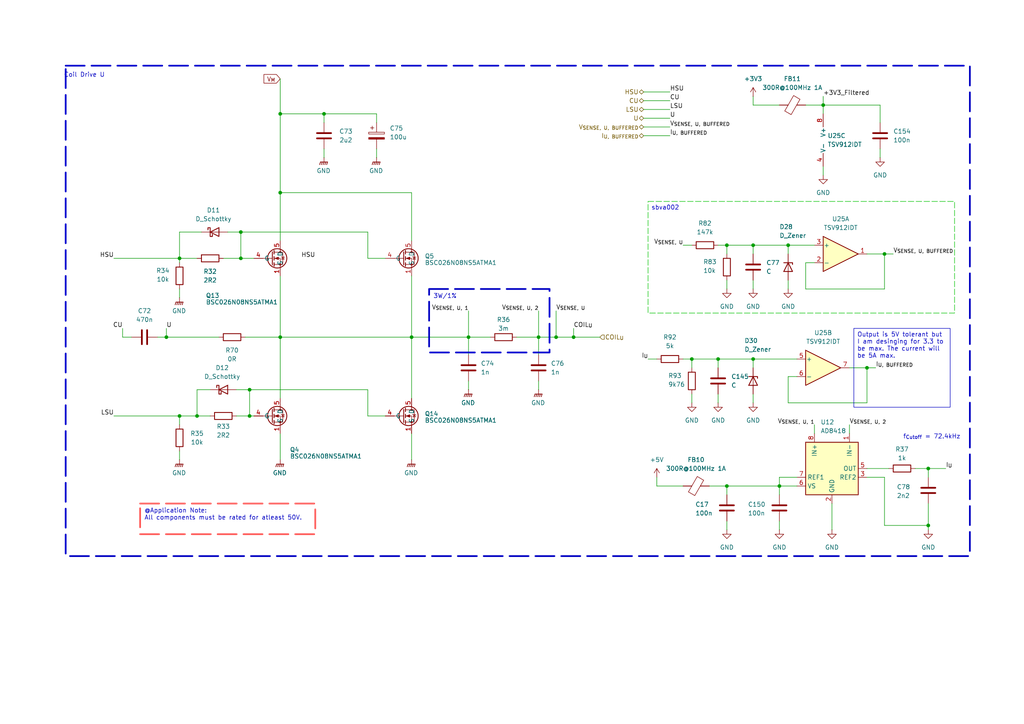
<source format=kicad_sch>
(kicad_sch (version 20231120) (generator "eeschema") (generator_version "8.0")
  (paper "A4")
  (title_block (title "HyperDrive Motor Controller") (rev "Mk. 1") (company "University of Alberta EcoCar Team"))
  (lib_symbols
    (symbol "Amplifier_Current:AD8418"
      (property "Reference" "U" (at -7.62 10.795 0))
      (property "Value" "AD8418" (at -7.62 8.89 0))
      (symbol "AD8418_0_1"
        (rectangle (start -7.62 7.62) (end 7.62 -7.62) (stroke (width 0.254)) (fill (type background)))
      )
      (symbol "AD8418_1_1"
        (pin input line (at 5.08 10.16 270) (length 2.54) (name "IN-") (number "1"))
        (pin power_in line (at 0 -10.16 90) (length 2.54) (name "GND") (number "2"))
        (pin input line (at 10.16 -2.54 180) (length 2.54) (name "REF2") (number "3"))
        (pin no_connect line (at 2.54 -7.62 90) (length 2.54) hide (name "NC") (number "4"))
        (pin output line (at 10.16 0 180) (length 2.54) (name "OUT") (number "5"))
        (pin power_in line (at -10.16 -5.08 0) (length 2.54) (name "VS") (number "6"))
        (pin input line (at -10.16 -2.54 0) (length 2.54) (name "REF1") (number "7"))
        (pin input line (at -5.08 10.16 270) (length 2.54) (name "IN+") (number "8"))
      )
    )
    (symbol "Amplifier_Operational:TSV912IDT" (pin_names (offset 0.127))
      (property "Reference" "U" (at 0 5.08 0))
      (property "Value" "TSV912IDT" (at 0 -5.08 0))
      (symbol "TSV912IDT_1_1"
        (polyline (pts (xy -5.08 5.08) (xy 5.08 0) (xy -5.08 -5.08) (xy -5.08 5.08)) (stroke (width 0.254)) (fill (type background)))
        (pin output line (at 7.62 0 180) (length 2.54) (name "~") (number "1"))
        (pin input line (at -7.62 -2.54 0) (length 2.54) (name "-") (number "2"))
        (pin input line (at -7.62 2.54 0) (length 2.54) (name "+") (number "3"))
      )
      (symbol "TSV912IDT_2_1"
        (polyline (pts (xy -5.08 5.08) (xy 5.08 0) (xy -5.08 -5.08) (xy -5.08 5.08)) (stroke (width 0.254)) (fill (type background)))
        (pin input line (at -7.62 2.54 0) (length 2.54) (name "+") (number "5"))
        (pin input line (at -7.62 -2.54 0) (length 2.54) (name "-") (number "6"))
        (pin output line (at 7.62 0 180) (length 2.54) (name "~") (number "7"))
      )
      (symbol "TSV912IDT_3_1"
        (pin power_in line (at -2.54 -7.62 90) (length 3.81) (name "V-") (number "4"))
        (pin power_in line (at -2.54 7.62 270) (length 3.81) (name "V+") (number "8"))
      )
    )
    (symbol "Device:C" (pin_numbers hide) (pin_names (offset 0.254))
      (property "Reference" "C" (at 0.635 2.54 0))
      (property "Value" "C" (at 0.635 -2.54 0))
      (symbol "C_0_1"
        (polyline (pts (xy -2.032 -0.762) (xy 2.032 -0.762)) (stroke (width 0.508)))
        (polyline (pts (xy -2.032 0.762) (xy 2.032 0.762)) (stroke (width 0.508)))
      )
      (symbol "C_1_1"
        (pin passive line (at 0 3.81 270) (length 2.794) (name "~") (number "1"))
        (pin passive line (at 0 -3.81 90) (length 2.794) (name "~") (number "2"))
      )
    )
    (symbol "Device:C_Polarized" (pin_numbers hide) (pin_names (offset 0.254))
      (property "Reference" "C" (at 0.635 2.54 0))
      (property "Value" "C_Polarized" (at 0.635 -2.54 0))
      (symbol "C_Polarized_0_1"
        (rectangle (start -2.286 0.508) (end 2.286 1.016))
        (polyline (pts (xy -1.778 2.286) (xy -0.762 2.286)))
        (polyline (pts (xy -1.27 2.794) (xy -1.27 1.778)))
        (rectangle (start 2.286 -0.508) (end -2.286 -1.016) (fill (type outline)))
      )
      (symbol "C_Polarized_1_1"
        (pin passive line (at 0 3.81 270) (length 2.794) (name "~") (number "1"))
        (pin passive line (at 0 -3.81 90) (length 2.794) (name "~") (number "2"))
      )
    )
    (symbol "Device:D_Schottky" (pin_numbers hide) (pin_names (offset 1.016) hide)
      (property "Reference" "D" (at 0 2.54 0))
      (property "Value" "D_Schottky" (at 0 -2.54 0))
      (symbol "D_Schottky_0_1"
        (polyline (pts (xy 1.27 0) (xy -1.27 0)))
        (polyline (pts (xy 1.27 1.27) (xy 1.27 -1.27) (xy -1.27 0) (xy 1.27 1.27)) (stroke (width 0.254)))
        (polyline (pts (xy -1.905 0.635) (xy -1.905 1.27) (xy -1.27 1.27) (xy -1.27 -1.27) (xy -0.635 -1.27) (xy -0.635 -0.635)) (stroke (width 0.254)))
      )
      (symbol "D_Schottky_1_1"
        (pin passive line (at -3.81 0 0) (length 2.54) (name "K") (number "1"))
        (pin passive line (at 3.81 0 180) (length 2.54) (name "A") (number "2"))
      )
    )
    (symbol "Device:D_Zener" (pin_numbers hide) (pin_names (offset 1.016) hide)
      (property "Reference" "D" (at 0 2.54 0))
      (property "Value" "D_Zener" (at 0 -2.54 0))
      (symbol "D_Zener_0_1"
        (polyline (pts (xy 1.27 0) (xy -1.27 0)))
        (polyline (pts (xy -1.27 -1.27) (xy -1.27 1.27) (xy -0.762 1.27)) (stroke (width 0.254)))
        (polyline (pts (xy 1.27 -1.27) (xy 1.27 1.27) (xy -1.27 0) (xy 1.27 -1.27)) (stroke (width 0.254)))
      )
      (symbol "D_Zener_1_1"
        (pin passive line (at -3.81 0 0) (length 2.54) (name "K") (number "1"))
        (pin passive line (at 3.81 0 180) (length 2.54) (name "A") (number "2"))
      )
    )
    (symbol "Device:FerriteBead" (pin_numbers hide) (pin_names (offset 0))
      (property "Reference" "FB" (at -3.81 0.635 90))
      (property "Value" "FerriteBead" (at 3.81 0 90))
      (symbol "FerriteBead_0_1"
        (polyline (pts (xy 0 -1.27) (xy 0 -1.2192)))
        (polyline (pts (xy 0 1.27) (xy 0 1.2954)))
        (polyline (pts (xy -2.7686 0.4064) (xy -1.7018 2.2606) (xy 2.7686 -0.3048) (xy 1.6764 -2.159) (xy -2.7686 0.4064)))
      )
      (symbol "FerriteBead_1_1"
        (pin passive line (at 0 3.81 270) (length 2.54) (name "~") (number "1"))
        (pin passive line (at 0 -3.81 90) (length 2.54) (name "~") (number "2"))
      )
    )
    (symbol "Device:R" (pin_numbers hide) (pin_names (offset 0))
      (property "Reference" "R" (at 2.032 0 90))
      (property "Value" "R" (at 0 0 90))
      (symbol "R_0_1"
        (rectangle (start -1.016 -2.54) (end 1.016 2.54) (stroke (width 0.254)))
      )
      (symbol "R_1_1"
        (pin passive line (at 0 3.81 270) (length 1.27) (name "~") (number "1"))
        (pin passive line (at 0 -3.81 90) (length 1.27) (name "~") (number "2"))
      )
    )
    (symbol "ecocad:5 pin NMOS"
      (property "Reference" "Q" (at -6.35 6.35 0))
      (symbol "5 pin NMOS_0_1"
        (circle (center -0.889 0) (radius 2.794) (stroke (width 0.254)))
        (circle (center 0 -1.778) (radius 0.254) (fill (type outline)))
        (polyline (pts (xy -2.286 0) (xy -5.08 0)))
        (polyline (pts (xy -2.286 1.905) (xy -2.286 -1.905)) (stroke (width 0.254)))
        (polyline (pts (xy -1.778 -1.27) (xy -1.778 -2.286)) (stroke (width 0.254)))
        (polyline (pts (xy -1.778 0.508) (xy -1.778 -0.508)) (stroke (width 0.254)))
        (polyline (pts (xy -1.778 2.286) (xy -1.778 1.27)) (stroke (width 0.254)))
        (polyline (pts (xy 0 2.54) (xy 0 1.778)))
        (polyline (pts (xy 0 -2.54) (xy 0 0) (xy -1.778 0)))
        (polyline (pts (xy -1.778 -1.778) (xy 0.762 -1.778) (xy 0.762 1.778) (xy -1.778 1.778)))
        (polyline (pts (xy -1.524 0) (xy -0.508 0.381) (xy -0.508 -0.381) (xy -1.524 0)) (fill (type outline)))
        (polyline (pts (xy 0.254 0.508) (xy 0.381 0.381) (xy 1.143 0.381) (xy 1.27 0.254)))
        (polyline (pts (xy 0.762 0.381) (xy 0.381 -0.254) (xy 1.143 -0.254) (xy 0.762 0.381)))
        (circle (center 0 1.778) (radius 0.254) (fill (type outline)))
      )
      (symbol "5 pin NMOS_1_1"
        (pin passive line (at 0 -5.08 90) (length 2.54) (name "S") (number "1"))
        (pin passive line (at 0 -5.08 90) (length 2.54) hide (name "S") (number "2"))
        (pin passive line (at 0 -5.08 90) (length 2.54) hide (name "S") (number "3"))
        (pin input line (at -7.62 0 0) (length 2.54) (name "G") (number "4"))
        (pin passive line (at 0 5.08 270) (length 2.54) (name "D") (number "5"))
      )
    )
    (symbol "power:+3V3" (power) (pin_numbers hide) (pin_names (offset 0) hide)
      (property "Value" "+3V3" (at 0 3.556 0))
      (symbol "+3V3_0_1"
        (polyline (pts (xy -0.762 1.27) (xy 0 2.54)))
        (polyline (pts (xy 0 0) (xy 0 2.54)))
        (polyline (pts (xy 0 2.54) (xy 0.762 1.27)))
      )
      (symbol "+3V3_1_1"
        (pin power_in line (at 0 0 90) (length 0) (name "~") (number "1"))
      )
    )
    (symbol "power:+5V" (power) (pin_numbers hide) (pin_names (offset 0) hide)
      (property "Value" "+5V" (at 0 3.556 0))
      (symbol "+5V_0_1"
        (polyline (pts (xy -0.762 1.27) (xy 0 2.54)))
        (polyline (pts (xy 0 0) (xy 0 2.54)))
        (polyline (pts (xy 0 2.54) (xy 0.762 1.27)))
      )
      (symbol "+5V_1_1"
        (pin power_in line (at 0 0 90) (length 0) (name "~") (number "1"))
      )
    )
    (symbol "power:GND" (power) (pin_numbers hide) (pin_names (offset 0) hide)
      (property "Value" "GND" (at 0 -3.81 0))
      (symbol "GND_0_1"
        (polyline (pts (xy 0 0) (xy 0 -1.27) (xy 1.27 -1.27) (xy 0 -2.54) (xy -1.27 -1.27) (xy 0 -1.27)))
      )
      (symbol "GND_1_1"
        (pin power_in line (at 0 0 270) (length 0) (name "~") (number "1"))
      )
    )
    (symbol "power:GNDPWR" (power) (pin_numbers hide) (pin_names (offset 0) hide)
      (property "Value" "GNDPWR" (at 0 -3.302 0))
      (symbol "GNDPWR_0_1"
        (polyline (pts (xy 0 -1.27) (xy 0 0)))
        (polyline (pts (xy -1.016 -1.27) (xy -1.27 -2.032) (xy -1.27 -2.032)) (stroke (width 0.2032)))
        (polyline (pts (xy -0.508 -1.27) (xy -0.762 -2.032) (xy -0.762 -2.032)) (stroke (width 0.2032)))
        (polyline (pts (xy 0 -1.27) (xy -0.254 -2.032) (xy -0.254 -2.032)) (stroke (width 0.2032)))
        (polyline (pts (xy 0.508 -1.27) (xy 0.254 -2.032) (xy 0.254 -2.032)) (stroke (width 0.2032)))
        (polyline (pts (xy 1.016 -1.27) (xy -1.016 -1.27) (xy -1.016 -1.27)) (stroke (width 0.2032)))
        (polyline (pts (xy 1.016 -1.27) (xy 0.762 -2.032) (xy 0.762 -2.032) (xy 0.762 -2.032)) (stroke (width 0.2032)))
      )
      (symbol "GNDPWR_1_1"
        (pin power_in line (at 0 0 270) (length 0) (name "~") (number "1"))
      )
    )
  )
  (junction (at 81.28 97.79))
  (junction (at 69.85 67.31))
  (junction (at 93.98 33.02))
  (junction (at 210.82 71.12))
  (junction (at 256.54 73.66))
  (junction (at 72.39 113.03))
  (junction (at 135.89 97.79))
  (junction (at 81.28 33.02))
  (junction (at 48.26 97.79))
  (junction (at 208.28 104.14))
  (junction (at 200.66 104.14))
  (junction (at 52.07 120.65))
  (junction (at 166.37 97.79))
  (junction (at 238.76 30.48))
  (junction (at 228.6 71.12))
  (junction (at 156.21 97.79))
  (junction (at 218.44 104.14))
  (junction (at 69.85 74.93))
  (junction (at 119.38 97.79))
  (junction (at 269.24 152.4))
  (junction (at 218.44 71.12))
  (junction (at 161.29 97.79))
  (junction (at 81.28 55.88))
  (junction (at 226.06 140.97))
  (junction (at 210.82 140.97))
  (junction (at 57.15 120.65))
  (junction (at 251.46 106.68))
  (junction (at 269.24 135.89))
  (junction (at 52.07 74.93))
  (junction (at 72.39 120.65))
  (wire (pts (xy 52.07 130.81) (xy 52.07 133.35)))
  (wire (pts (xy 228.6 71.12) (xy 236.22 71.12)))
  (wire (pts (xy 69.85 74.93) (xy 73.66 74.93)))
  (wire (pts (xy 226.06 143.51) (xy 226.06 140.97)))
  (wire (pts (xy 57.15 120.65) (xy 60.96 120.65)))
  (wire (pts (xy 238.76 30.48) (xy 238.76 33.02)))
  (wire (pts (xy 198.12 104.14) (xy 200.66 104.14)))
  (wire (pts (xy 210.82 71.12) (xy 218.44 71.12)))
  (wire (pts (xy 119.38 55.88) (xy 81.28 55.88)))
  (wire (pts (xy 135.89 97.79) (xy 135.89 102.87)))
  (wire (pts (xy 57.15 120.65) (xy 52.07 120.65)))
  (wire (pts (xy 57.15 113.03) (xy 57.15 120.65)))
  (wire (pts (xy 218.44 104.14) (xy 218.44 106.68)))
  (wire (pts (xy 135.89 97.79) (xy 142.24 97.79)))
  (wire (pts (xy 156.21 97.79) (xy 156.21 102.87)))
  (wire (pts (xy 156.21 110.49) (xy 156.21 113.03)))
  (wire (pts (xy 52.07 74.93) (xy 52.07 76.2)))
  (wire (pts (xy 190.5 140.97) (xy 198.12 140.97)))
  (wire (pts (xy 81.28 125.73) (xy 81.28 133.35)))
  (wire (pts (xy 119.38 97.79) (xy 135.89 97.79)))
  (wire (pts (xy 93.98 33.02) (xy 93.98 35.56)))
  (wire (pts (xy 269.24 146.05) (xy 269.24 152.4)))
  (wire (pts (xy 218.44 71.12) (xy 218.44 73.66)))
  (wire (pts (xy 68.58 113.03) (xy 72.39 113.03)))
  (wire (pts (xy 35.56 97.79) (xy 38.1 97.79)))
  (wire (pts (xy 241.3 146.05) (xy 241.3 153.67)))
  (wire (pts (xy 190.5 138.43) (xy 190.5 140.97)))
  (wire (pts (xy 186.69 39.37) (xy 194.31 39.37)))
  (wire (pts (xy 218.44 81.28) (xy 218.44 83.82)))
  (wire (pts (xy 233.68 76.2) (xy 233.68 83.82)))
  (wire (pts (xy 81.28 33.02) (xy 93.98 33.02)))
  (wire (pts (xy 256.54 138.43) (xy 256.54 152.4)))
  (wire (pts (xy 66.04 67.31) (xy 69.85 67.31)))
  (wire (pts (xy 166.37 95.25) (xy 166.37 97.79)))
  (wire (pts (xy 218.44 30.48) (xy 226.06 30.48)))
  (wire (pts (xy 198.12 71.12) (xy 200.66 71.12)))
  (wire (pts (xy 106.68 120.65) (xy 111.76 120.65)))
  (wire (pts (xy 161.29 97.79) (xy 156.21 97.79)))
  (wire (pts (xy 119.38 125.73) (xy 119.38 133.35)))
  (wire (pts (xy 52.07 74.93) (xy 57.15 74.93)))
  (wire (pts (xy 208.28 104.14) (xy 218.44 104.14)))
  (wire (pts (xy 269.24 135.89) (xy 265.43 135.89)))
  (wire (pts (xy 52.07 67.31) (xy 52.07 74.93)))
  (wire (pts (xy 166.37 97.79) (xy 173.99 97.79)))
  (wire (pts (xy 251.46 135.89) (xy 257.81 135.89)))
  (wire (pts (xy 72.39 120.65) (xy 73.66 120.65)))
  (wire (pts (xy 186.69 26.67) (xy 194.31 26.67)))
  (wire (pts (xy 208.28 114.3) (xy 208.28 116.84)))
  (wire (pts (xy 186.69 29.21) (xy 194.31 29.21)))
  (wire (pts (xy 109.22 33.02) (xy 109.22 35.56)))
  (wire (pts (xy 210.82 140.97) (xy 210.82 143.51)))
  (wire (pts (xy 149.86 97.79) (xy 156.21 97.79)))
  (wire (pts (xy 226.06 151.13) (xy 226.06 153.67)))
  (wire (pts (xy 48.26 97.79) (xy 63.5 97.79)))
  (wire (pts (xy 251.46 106.68) (xy 254 106.68)))
  (wire (pts (xy 81.28 55.88) (xy 81.28 69.85)))
  (wire (pts (xy 231.14 138.43) (xy 226.06 138.43)))
  (wire (pts (xy 210.82 140.97) (xy 226.06 140.97)))
  (wire (pts (xy 69.85 67.31) (xy 69.85 74.93)))
  (wire (pts (xy 251.46 138.43) (xy 256.54 138.43)))
  (wire (pts (xy 187.96 104.14) (xy 190.5 104.14)))
  (wire (pts (xy 52.07 83.82) (xy 52.07 86.36)))
  (wire (pts (xy 236.22 123.19) (xy 236.22 125.73)))
  (wire (pts (xy 256.54 73.66) (xy 259.08 73.66)))
  (wire (pts (xy 226.06 140.97) (xy 231.14 140.97)))
  (wire (pts (xy 218.44 27.94) (xy 218.44 30.48)))
  (wire (pts (xy 186.69 31.75) (xy 194.31 31.75)))
  (wire (pts (xy 200.66 104.14) (xy 208.28 104.14)))
  (wire (pts (xy 210.82 71.12) (xy 210.82 73.66)))
  (wire (pts (xy 119.38 80.01) (xy 119.38 97.79)))
  (wire (pts (xy 256.54 152.4) (xy 269.24 152.4)))
  (wire (pts (xy 228.6 71.12) (xy 228.6 73.66)))
  (wire (pts (xy 208.28 104.14) (xy 208.28 106.68)))
  (wire (pts (xy 238.76 27.94) (xy 238.76 30.48)))
  (wire (pts (xy 60.96 113.03) (xy 57.15 113.03)))
  (wire (pts (xy 256.54 83.82) (xy 256.54 73.66)))
  (wire (pts (xy 186.69 34.29) (xy 194.31 34.29)))
  (wire (pts (xy 228.6 109.22) (xy 228.6 116.84)))
  (wire (pts (xy 186.69 36.83) (xy 194.31 36.83)))
  (wire (pts (xy 161.29 90.17) (xy 161.29 97.79)))
  (wire (pts (xy 208.28 71.12) (xy 210.82 71.12)))
  (wire (pts (xy 238.76 48.26) (xy 238.76 50.8)))
  (wire (pts (xy 255.27 30.48) (xy 238.76 30.48)))
  (wire (pts (xy 251.46 73.66) (xy 256.54 73.66)))
  (wire (pts (xy 45.72 97.79) (xy 48.26 97.79)))
  (wire (pts (xy 52.07 120.65) (xy 52.07 123.19)))
  (wire (pts (xy 228.6 81.28) (xy 228.6 83.82)))
  (wire (pts (xy 81.28 33.02) (xy 81.28 55.88)))
  (wire (pts (xy 228.6 109.22) (xy 231.14 109.22)))
  (wire (pts (xy 200.66 104.14) (xy 200.66 106.68)))
  (wire (pts (xy 68.58 120.65) (xy 72.39 120.65)))
  (wire (pts (xy 106.68 120.65) (xy 106.68 113.03)))
  (wire (pts (xy 218.44 114.3) (xy 218.44 116.84)))
  (wire (pts (xy 109.22 43.18) (xy 109.22 45.72)))
  (wire (pts (xy 106.68 113.03) (xy 72.39 113.03)))
  (wire (pts (xy 71.12 97.79) (xy 81.28 97.79)))
  (wire (pts (xy 33.02 120.65) (xy 52.07 120.65)))
  (wire (pts (xy 269.24 152.4) (xy 269.24 153.67)))
  (wire (pts (xy 156.21 90.17) (xy 156.21 97.79)))
  (wire (pts (xy 106.68 74.93) (xy 111.76 74.93)))
  (wire (pts (xy 135.89 110.49) (xy 135.89 113.03)))
  (wire (pts (xy 228.6 116.84) (xy 251.46 116.84)))
  (wire (pts (xy 48.26 95.25) (xy 48.26 97.79)))
  (wire (pts (xy 218.44 104.14) (xy 231.14 104.14)))
  (wire (pts (xy 166.37 97.79) (xy 161.29 97.79)))
  (wire (pts (xy 81.28 80.01) (xy 81.28 97.79)))
  (wire (pts (xy 119.38 69.85) (xy 119.38 55.88)))
  (wire (pts (xy 81.28 22.86) (xy 81.28 33.02)))
  (wire (pts (xy 58.42 67.31) (xy 52.07 67.31)))
  (wire (pts (xy 135.89 90.17) (xy 135.89 97.79)))
  (wire (pts (xy 233.68 83.82) (xy 256.54 83.82)))
  (wire (pts (xy 119.38 115.57) (xy 119.38 97.79)))
  (wire (pts (xy 233.68 30.48) (xy 238.76 30.48)))
  (wire (pts (xy 81.28 97.79) (xy 119.38 97.79)))
  (wire (pts (xy 269.24 135.89) (xy 269.24 138.43)))
  (wire (pts (xy 210.82 151.13) (xy 210.82 153.67)))
  (wire (pts (xy 106.68 74.93) (xy 106.68 67.31)))
  (wire (pts (xy 106.68 67.31) (xy 69.85 67.31)))
  (wire (pts (xy 251.46 106.68) (xy 246.38 106.68)))
  (wire (pts (xy 236.22 76.2) (xy 233.68 76.2)))
  (wire (pts (xy 93.98 33.02) (xy 109.22 33.02)))
  (wire (pts (xy 72.39 113.03) (xy 72.39 120.65)))
  (wire (pts (xy 64.77 74.93) (xy 69.85 74.93)))
  (wire (pts (xy 255.27 35.56) (xy 255.27 30.48)))
  (wire (pts (xy 269.24 135.89) (xy 274.32 135.89)))
  (wire (pts (xy 200.66 114.3) (xy 200.66 116.84)))
  (wire (pts (xy 251.46 116.84) (xy 251.46 106.68)))
  (wire (pts (xy 255.27 43.18) (xy 255.27 45.72)))
  (wire (pts (xy 205.74 140.97) (xy 210.82 140.97)))
  (wire (pts (xy 246.38 123.19) (xy 246.38 125.73)))
  (wire (pts (xy 226.06 138.43) (xy 226.06 140.97)))
  (wire (pts (xy 93.98 43.18) (xy 93.98 45.72)))
  (wire (pts (xy 210.82 81.28) (xy 210.82 83.82)))
  (wire (pts (xy 81.28 97.79) (xy 81.28 115.57)))
  (wire (pts (xy 33.02 74.93) (xy 52.07 74.93)))
  (wire (pts (xy 35.56 95.25) (xy 35.56 97.79)))
  (wire (pts (xy 218.44 71.12) (xy 228.6 71.12)))
  (rectangle (start 19.05 19.05) (end 281.305 161.29) (stroke (width 0.5) (type dash)))
  (text_box "3W/1%" (at 124.46 83.82 0) (size 34.925 18.415) (stroke (width 0.5) (type dash)) (effects (font (size 1.27 1.27)) (justify left top)))
  (text_box "@Application Note:\nAll components must be rated for atleast 50V." (at 40.64 146.05 0) (size 50.8 8.89) (stroke (width 0.5) (type dash) (color 255 88 86 1)) (effects (font (size 1.27 1.27)) (justify left top)))
  (text_box "Output is 5V tolerant but I am desinging for 3.3 to be max. The current will be 5A max." (at 247.65 95.25 0) (size 27.94 22.86) (effects (font (size 1.27 1.27)) (justify left top)))
  (text_box "sbva002" (at 187.96 58.42 0) (size 88.9 32.385) (stroke (width 0) (type dash) (color 0 194 0 1)) (effects (font (size 1.27 1.27)) (justify left top)))
  (text "Coil Drive U" (at 18.542 21.844 0) (effects (font (size 1.27 1.27)) (justify left)))
  (text "f_{Cutoff} = 72.4kHz" (at 270.256 126.746 0) (effects (font (size 1.27 1.27))))
  (label "HSU" (at 194.31 26.67 0))
  (label "+3V3_Filtered" (at 238.76 27.94 0))
  (label "HSU" (at 33.02 74.93 180))
  (label "V_{SENSE, U, BUFFERED}" (at 194.31 36.83 0))
  (label "U" (at 48.26 95.25 0))
  (label "V_{SENSE, U, 2}" (at 246.38 123.19 0))
  (label "CU" (at 35.56 95.25 180))
  (label "I_{U, BUFFERED}" (at 254 106.68 0))
  (label "I_{U}" (at 274.32 135.89 0))
  (label "V_{SENSE, U}" (at 198.12 71.12 180))
  (label "U" (at 194.31 34.29 0))
  (label "LSU" (at 33.02 120.65 180))
  (label "HSU" (at 91.44 74.93 180))
  (label "COIL_{U}" (at 166.37 95.25 0))
  (label "I_{U}" (at 187.96 104.14 180))
  (label "V_{SENSE, U, 1}" (at 135.89 90.17 180))
  (label "V_{SENSE, U, BUFFERED}" (at 259.08 73.66 0))
  (label "CU" (at 194.31 29.21 0))
  (label "V_{SENSE, U, 2}" (at 156.21 90.17 180))
  (label "V_{SENSE, U, 1}" (at 236.22 123.19 180))
  (label "LSU" (at 194.31 31.75 0))
  (label "V_{SENSE, U}" (at 161.29 90.17 0))
  (label "I_{U, BUFFERED}" (at 194.31 39.37 0))
  (global_label "V_{M}" (shape input) (at 81.28 22.86 180) (property "Intersheetrefs" "${INTERSHEET_REFS}" (effects (hide yes))))
  (hierarchical_label "HSU" (shape bidirectional) (at 186.69 26.67 180))
  (hierarchical_label "COIL_{U}" (shape input) (at 173.99 97.79 0))
  (hierarchical_label "V_{SENSE, U, BUFFERED}" (shape bidirectional) (at 186.69 36.83 180))
  (hierarchical_label "I_{U, BUFFERED}" (shape bidirectional) (at 186.69 39.37 180))
  (hierarchical_label "U" (shape bidirectional) (at 186.69 34.29 180))
  (hierarchical_label "LSU" (shape bidirectional) (at 186.69 31.75 180))
  (hierarchical_label "CU" (shape bidirectional) (at 186.69 29.21 180))
  (symbol (lib_id "Device:R") (at 60.96 74.93 90) (unit 1)
    (property "Reference" "R32" (at 60.96 78.74 90))
    (property "Value" "2R2" (at 60.96 81.28 90))
    (property "Footprint" "Resistor_SMD:R_0603_1608Metric" (effects (hide yes)))
    (property "Description" "Resistor" (effects (hide yes)))
  )
  (symbol (lib_id "Amplifier_Operational:TSV912IDT") (at 243.84 73.66 0) (unit 1)
    (property "Reference" "U25" (at 243.84 63.5 0))
    (property "Value" "TSV912IDT" (at 243.84 66.04 0))
    (property "Footprint" "Package_SO:SOIC-8_3.9x4.9mm_P1.27mm" (effects (hide yes)))
    (property "Datasheet" "www.st.com/resource/en/datasheet/tsv911.pdf" (effects (hide yes)))
    (property "Description" "Dual rail-to-rail input/output 8 MHz operational amplifiers, SOIC-8" (effects (hide yes)))
  )
  (symbol (lib_id "power:GNDPWR") (at 81.28 133.35 0) (unit 1)
    (property "Reference" "#PWR0108" (effects (hide yes)))
    (property "Value" "GND" (at 81.153 137.16 0))
    (property "Description" "Power symbol creates a global label with name \"GNDPWR\" , global ground" (effects (hide yes)))
  )
  (symbol (lib_id "Device:D_Zener") (at 218.44 110.49 270) (unit 1)
    (property "Reference" "D30" (at 215.9 98.806 90) (effects (justify left)))
    (property "Value" "D_Zener" (at 215.9 101.346 90) (effects (justify left)))
    (property "Description" "Zener diode" (effects (hide yes)))
  )
  (symbol (lib_id "Amplifier_Operational:TSV912IDT") (at 241.3 40.64 0) (unit 3)
    (property "Reference" "U25" (at 240.03 39.3699 0) (effects (justify left)))
    (property "Value" "TSV912IDT" (at 240.03 41.9099 0) (effects (justify left)))
    (property "Footprint" "Package_SO:SOIC-8_3.9x4.9mm_P1.27mm" (effects (hide yes)))
    (property "Datasheet" "www.st.com/resource/en/datasheet/tsv911.pdf" (effects (hide yes)))
    (property "Description" "Dual rail-to-rail input/output 8 MHz operational amplifiers, SOIC-8" (effects (hide yes)))
  )
  (symbol (lib_id "Device:D_Zener") (at 228.6 77.47 270) (unit 1)
    (property "Reference" "D28" (at 226.06 65.786 90) (effects (justify left)))
    (property "Value" "D_Zener" (at 226.06 68.326 90) (effects (justify left)))
    (property "Description" "Zener diode" (effects (hide yes)))
  )
  (symbol (lib_id "Device:C") (at 218.44 77.47 0) (unit 1)
    (property "Reference" "C77" (at 222.25 76.1999 0) (effects (justify left)))
    (property "Value" "C" (at 222.25 78.7399 0) (effects (justify left)))
    (property "Footprint" "Capacitor_SMD:C_0603_1608Metric" (effects (hide yes)))
    (property "Description" "Unpolarized capacitor" (effects (hide yes)))
  )
  (symbol (lib_id "power:GND") (at 238.76 50.8 0) (unit 1)
    (property "Reference" "#PWR0228" (effects (hide yes)))
    (property "Value" "GND" (at 238.76 55.88 0))
    (property "Description" "Power symbol creates a global label with name \"GND\" , ground" (effects (hide yes)))
  )
  (symbol (lib_id "power:GND") (at 210.82 153.67 0) (unit 1)
    (property "Reference" "#PWR0219" (effects (hide yes)))
    (property "Value" "GND" (at 210.82 158.75 0))
    (property "Description" "Power symbol creates a global label with name \"GND\" , ground" (effects (hide yes)))
  )
  (symbol (lib_id "Amplifier_Current:AD8418") (at 241.3 135.89 0) (unit 1)
    (property "Reference" "U12" (at 237.998 122.428 0) (effects (justify left)))
    (property "Value" "AD8418" (at 237.998 124.968 0) (effects (justify left)))
    (property "Footprint" "Package_SO:SOIC-8_3.9x4.9mm_P1.27mm" (effects (hide yes)))
    (property "Datasheet" "https://www.analog.com/media/en/technical-documentation/data-sheets/AD8418.pdf" (effects (hide yes)))
    (property "Description" "70V Bidirectional, Zero Drift, Current Sense Amplifier, 20V/V gain, bandwidth 250kHz, VS=2.7V~5.5V, SOIC-8/MSOP-8" (effects (hide yes)))
    (property "DK#" "505-AD8418BRMZ-RLCT-ND" (effects (hide yes)))
    (property "LCSC Part#" "C462197" (effects (hide yes)))
  )
  (symbol (lib_id "power:GNDPWR") (at 119.38 133.35 0) (unit 1)
    (property "Reference" "#PWR0138" (effects (hide yes)))
    (property "Value" "GND" (at 119.253 137.16 0))
    (property "Description" "Power symbol creates a global label with name \"GNDPWR\" , global ground" (effects (hide yes)))
  )
  (symbol (lib_id "Device:C") (at 208.28 110.49 0) (unit 1)
    (property "Reference" "C145" (at 212.09 109.2199 0) (effects (justify left)))
    (property "Value" "C" (at 212.09 111.7599 0) (effects (justify left)))
    (property "Footprint" "Capacitor_SMD:C_0603_1608Metric" (effects (hide yes)))
    (property "Description" "Unpolarized capacitor" (effects (hide yes)))
  )
  (symbol (lib_id "Device:C") (at 156.21 106.68 0) (unit 1)
    (property "Reference" "C76" (at 159.766 105.41 0) (effects (justify left)))
    (property "Value" "1n" (at 159.766 107.95 0) (effects (justify left)))
    (property "Footprint" "Capacitor_SMD:C_0603_1608Metric" (effects (hide yes)))
    (property "Description" "Unpolarized capacitor" (effects (hide yes)))
  )
  (symbol (lib_id "power:GNDPWR") (at 135.89 113.03 0) (unit 1)
    (property "Reference" "#PWR0110" (effects (hide yes)))
    (property "Value" "GND" (at 135.763 116.84 0))
    (property "Description" "Power symbol creates a global label with name \"GNDPWR\" , global ground" (effects (hide yes)))
  )
  (symbol (lib_id "ecocad:5 pin NMOS") (at 81.28 74.93 0) (unit 1)
    (property "Reference" "Q13" (at 59.69 85.7249 0) (effects (justify left)))
    (property "Value" "BSC026N08NS5ATMA1" (at 59.69 87.63 0) (effects (justify left)))
    (property "Footprint" "Package_SON:Infineon_PG-TDSON-8_6.15x5.15mm" (effects (hide yes)))
    (property "Datasheet" "https://www.infineon.com/dgdl/Infineon-BSC026N08NS5-DS-v02_01-EN.pdf?fileId=5546d4624ad04ef9014ae2eace7629e0" (effects (hide yes)))
    (property "DK#" "BSC026N08NS5ATMA1CT-ND" (effects (hide yes)))
  )
  (symbol (lib_id "power:GND") (at 218.44 83.82 0) (unit 1)
    (property "Reference" "#PWR0226" (effects (hide yes)))
    (property "Value" "GND" (at 218.44 88.9 0))
    (property "Description" "Power symbol creates a global label with name \"GND\" , ground" (effects (hide yes)))
  )
  (symbol (lib_id "power:GNDPWR") (at 109.22 45.72 0) (unit 1)
    (property "Reference" "#PWR0111" (effects (hide yes)))
    (property "Value" "GND" (at 109.093 49.53 0))
    (property "Description" "Power symbol creates a global label with name \"GNDPWR\" , global ground" (effects (hide yes)))
  )
  (symbol (lib_id "Amplifier_Operational:TSV912IDT") (at 238.76 106.68 0) (unit 2)
    (property "Reference" "U25" (at 238.76 96.52 0))
    (property "Value" "TSV912IDT" (at 238.76 99.06 0))
    (property "Footprint" "Package_SO:SOIC-8_3.9x4.9mm_P1.27mm" (effects (hide yes)))
    (property "Datasheet" "www.st.com/resource/en/datasheet/tsv911.pdf" (effects (hide yes)))
    (property "Description" "Dual rail-to-rail input/output 8 MHz operational amplifiers, SOIC-8" (effects (hide yes)))
  )
  (symbol (lib_id "power:+5V") (at 190.5 138.43 0) (unit 1)
    (property "Reference" "#PWR021" (effects (hide yes)))
    (property "Value" "+5V" (at 190.5 133.35 0))
    (property "Description" "Power symbol creates a global label with name \"+5V\"" (effects (hide yes)))
  )
  (symbol (lib_id "Device:C") (at 269.24 142.24 0) (unit 1)
    (property "Reference" "C78" (at 260.096 141.224 0) (effects (justify left)))
    (property "Value" "2n2" (at 260.096 143.764 0) (effects (justify left)))
    (property "Footprint" "Capacitor_SMD:C_0603_1608Metric" (effects (hide yes)))
    (property "Description" "Unpolarized capacitor" (effects (hide yes)))
  )
  (symbol (lib_id "Device:R") (at 194.31 104.14 90) (unit 1)
    (property "Reference" "R92" (at 194.31 97.79 90))
    (property "Value" "5k" (at 194.31 100.33 90))
    (property "Footprint" "Resistor_SMD:R_0603_1608Metric" (effects (hide yes)))
    (property "Description" "Resistor" (effects (hide yes)))
  )
  (symbol (lib_id "power:GND") (at 218.44 116.84 0) (unit 1)
    (property "Reference" "#PWR0246" (effects (hide yes)))
    (property "Value" "GND" (at 218.44 121.92 0))
    (property "Description" "Power symbol creates a global label with name \"GND\" , ground" (effects (hide yes)))
  )
  (symbol (lib_id "Device:R") (at 52.07 80.01 180) (unit 1)
    (property "Reference" "R34" (at 47.244 78.486 0))
    (property "Value" "10k" (at 47.244 81.026 0))
    (property "Footprint" "Resistor_SMD:R_0603_1608Metric" (effects (hide yes)))
    (property "Description" "Resistor" (effects (hide yes)))
  )
  (symbol (lib_id "Device:C") (at 41.91 97.79 270) (unit 1)
    (property "Reference" "C72" (at 41.91 90.17 90))
    (property "Value" "470n" (at 41.91 92.71 90))
    (property "Footprint" "Capacitor_SMD:C_0603_1608Metric" (effects (hide yes)))
    (property "Description" "Unpolarized capacitor" (effects (hide yes)))
  )
  (symbol (lib_id "Device:C_Polarized") (at 109.22 39.37 0) (unit 1)
    (property "Reference" "C75" (at 113.03 37.2109 0) (effects (justify left)))
    (property "Value" "100u" (at 113.03 39.7509 0) (effects (justify left)))
    (property "Footprint" "Capacitor_SMD:CP_Elec_10x10" (effects (hide yes)))
    (property "Description" "Polarized capacitor" (effects (hide yes)))
    (property "DK#" "4741PHCT-ND" (effects (hide yes)))
  )
  (symbol (lib_id "power:GND") (at 208.28 116.84 0) (unit 1)
    (property "Reference" "#PWR0245" (effects (hide yes)))
    (property "Value" "GND" (at 208.28 121.92 0))
    (property "Description" "Power symbol creates a global label with name \"GND\" , ground" (effects (hide yes)))
  )
  (symbol (lib_id "power:GNDPWR") (at 93.98 45.72 0) (unit 1)
    (property "Reference" "#PWR0109" (effects (hide yes)))
    (property "Value" "GND" (at 93.853 49.53 0))
    (property "Description" "Power symbol creates a global label with name \"GNDPWR\" , global ground" (effects (hide yes)))
  )
  (symbol (lib_id "Device:R") (at 210.82 77.47 180) (unit 1)
    (property "Reference" "R83" (at 203.962 75.946 0) (effects (justify right)))
    (property "Value" "10k" (at 203.962 78.486 0) (effects (justify right)))
    (property "Footprint" "Resistor_SMD:R_0603_1608Metric" (effects (hide yes)))
    (property "Description" "Resistor" (effects (hide yes)))
  )
  (symbol (lib_id "power:GND") (at 226.06 153.67 0) (unit 1)
    (property "Reference" "#PWR0255" (effects (hide yes)))
    (property "Value" "GND" (at 226.06 158.75 0))
    (property "Description" "Power symbol creates a global label with name \"GND\" , ground" (effects (hide yes)))
  )
  (symbol (lib_id "power:GND") (at 269.24 153.67 0) (unit 1)
    (property "Reference" "#PWR0115" (effects (hide yes)))
    (property "Value" "GND" (at 269.24 158.75 0))
    (property "Description" "Power symbol creates a global label with name \"GND\" , ground" (effects (hide yes)))
  )
  (symbol (lib_id "power:GND") (at 255.27 45.72 0) (unit 1)
    (property "Reference" "#PWR0268" (effects (hide yes)))
    (property "Value" "GND" (at 255.27 50.8 0))
    (property "Description" "Power symbol creates a global label with name \"GND\" , ground" (effects (hide yes)))
  )
  (symbol (lib_id "power:GND") (at 200.66 116.84 0) (unit 1)
    (property "Reference" "#PWR0244" (effects (hide yes)))
    (property "Value" "GND" (at 200.66 121.92 0))
    (property "Description" "Power symbol creates a global label with name \"GND\" , ground" (effects (hide yes)))
  )
  (symbol (lib_id "Device:FerriteBead") (at 201.93 140.97 90) (unit 1)
    (property "Reference" "FB10" (at 201.8792 133.35 90))
    (property "Value" "300R@100MHz 1A" (at 201.8792 135.89 90))
    (property "Footprint" "Inductor_SMD:L_0603_1608Metric" (effects (hide yes)))
    (property "Description" "Ferrite bead" (effects (hide yes)))
  )
  (symbol (lib_id "Device:C") (at 93.98 39.37 0) (unit 1)
    (property "Reference" "C73" (at 100.33 38.1 0))
    (property "Value" "2u2" (at 100.33 40.64 0))
    (property "Footprint" "Capacitor_SMD:C_1210_3225Metric" (effects (hide yes)))
    (property "Description" "Unpolarized capacitor" (effects (hide yes)))
  )
  (symbol (lib_id "ecocad:5 pin NMOS") (at 119.38 120.65 0) (unit 1)
    (property "Reference" "Q14" (at 123.19 120.0149 0) (effects (justify left)))
    (property "Value" "BSC026N08NS5ATMA1" (at 123.19 121.92 0) (effects (justify left)))
    (property "Footprint" "Package_SON:Infineon_PG-TDSON-8_6.15x5.15mm" (effects (hide yes)))
    (property "Datasheet" "https://www.infineon.com/dgdl/Infineon-BSC026N08NS5-DS-v02_01-EN.pdf?fileId=5546d4624ad04ef9014ae2eace7629e0" (effects (hide yes)))
    (property "DK#" "BSC026N08NS5ATMA1CT-ND" (effects (hide yes)))
  )
  (symbol (lib_id "ecocad:5 pin NMOS") (at 81.28 120.65 0) (unit 1)
    (property "Reference" "Q4" (at 84.074 130.4289 0) (effects (justify left)))
    (property "Value" "BSC026N08NS5ATMA1" (at 84.074 132.334 0) (effects (justify left)))
    (property "Footprint" "Package_SON:Infineon_PG-TDSON-8_6.15x5.15mm" (effects (hide yes)))
    (property "Datasheet" "https://www.infineon.com/dgdl/Infineon-BSC026N08NS5-DS-v02_01-EN.pdf?fileId=5546d4624ad04ef9014ae2eace7629e0" (effects (hide yes)))
    (property "DK#" "BSC026N08NS5ATMA1CT-ND" (effects (hide yes)))
  )
  (symbol (lib_id "Device:FerriteBead") (at 229.87 30.48 90) (unit 1)
    (property "Reference" "FB11" (at 229.8192 22.86 90))
    (property "Value" "300R@100MHz 1A" (at 229.8192 25.4 90))
    (property "Footprint" "Inductor_SMD:L_0603_1608Metric" (effects (hide yes)))
    (property "Description" "Ferrite bead" (effects (hide yes)))
  )
  (symbol (lib_id "power:GNDPWR") (at 52.07 133.35 0) (unit 1)
    (property "Reference" "#PWR0105" (effects (hide yes)))
    (property "Value" "GND" (at 51.943 137.16 0))
    (property "Description" "Power symbol creates a global label with name \"GNDPWR\" , global ground" (effects (hide yes)))
  )
  (symbol (lib_id "Device:R") (at 64.77 120.65 90) (unit 1)
    (property "Reference" "R33" (at 64.77 123.698 90))
    (property "Value" "2R2" (at 64.77 126.238 90))
    (property "Footprint" "Resistor_SMD:R_0603_1608Metric" (effects (hide yes)))
    (property "Description" "Resistor" (effects (hide yes)))
  )
  (symbol (lib_id "Device:C") (at 255.27 39.37 0) (unit 1)
    (property "Reference" "C154" (at 259.08 38.0999 0) (effects (justify left)))
    (property "Value" "100n" (at 259.08 40.6399 0) (effects (justify left)))
    (property "Footprint" "Capacitor_SMD:C_0603_1608Metric" (effects (hide yes)))
    (property "Description" "Unpolarized capacitor" (effects (hide yes)))
  )
  (symbol (lib_id "power:GND") (at 241.3 153.67 0) (unit 1)
    (property "Reference" "#PWR0114" (effects (hide yes)))
    (property "Value" "GND" (at 241.3 158.75 0))
    (property "Description" "Power symbol creates a global label with name \"GND\" , ground" (effects (hide yes)))
  )
  (symbol (lib_id "power:GND") (at 210.82 83.82 0) (unit 1)
    (property "Reference" "#PWR0225" (effects (hide yes)))
    (property "Value" "GND" (at 210.82 88.9 0))
    (property "Description" "Power symbol creates a global label with name \"GND\" , ground" (effects (hide yes)))
  )
  (symbol (lib_id "Device:C") (at 226.06 147.32 0) (unit 1)
    (property "Reference" "C150" (at 216.916 146.304 0) (effects (justify left)))
    (property "Value" "100n" (at 216.916 148.844 0) (effects (justify left)))
    (property "Footprint" "Capacitor_SMD:C_0603_1608Metric" (effects (hide yes)))
    (property "Description" "Unpolarized capacitor" (effects (hide yes)))
  )
  (symbol (lib_id "Device:R") (at 200.66 110.49 180) (unit 1)
    (property "Reference" "R93" (at 193.802 108.966 0) (effects (justify right)))
    (property "Value" "9k76" (at 193.802 111.506 0) (effects (justify right)))
    (property "Footprint" "Resistor_SMD:R_0603_1608Metric" (effects (hide yes)))
    (property "Description" "Resistor" (effects (hide yes)))
  )
  (symbol (lib_id "power:GNDPWR") (at 156.21 113.03 0) (unit 1)
    (property "Reference" "#PWR0112" (effects (hide yes)))
    (property "Value" "GND" (at 156.083 116.84 0))
    (property "Description" "Power symbol creates a global label with name \"GNDPWR\" , global ground" (effects (hide yes)))
  )
  (symbol (lib_id "Device:R") (at 261.62 135.89 90) (unit 1)
    (property "Reference" "R37" (at 261.62 130.302 90))
    (property "Value" "1k" (at 261.62 132.842 90))
    (property "Footprint" "Resistor_SMD:R_0603_1608Metric" (effects (hide yes)))
    (property "Description" "Resistor" (effects (hide yes)))
  )
  (symbol (lib_id "Device:D_Schottky") (at 64.77 113.03 0) (unit 1)
    (property "Reference" "D12" (at 64.4525 106.68 0))
    (property "Value" "D_Schottky" (at 64.4525 109.22 0))
    (property "Description" "Schottky diode" (effects (hide yes)))
  )
  (symbol (lib_id "power:+3V3") (at 218.44 27.94 0) (unit 1)
    (property "Reference" "#PWR0106" (effects (hide yes)))
    (property "Value" "+3V3" (at 218.44 22.86 0))
    (property "Description" "Power symbol creates a global label with name \"+3V3\"" (effects (hide yes)))
  )
  (symbol (lib_id "power:GND") (at 228.6 83.82 0) (unit 1)
    (property "Reference" "#PWR0227" (effects (hide yes)))
    (property "Value" "GND" (at 228.6 88.9 0))
    (property "Description" "Power symbol creates a global label with name \"GND\" , ground" (effects (hide yes)))
  )
  (symbol (lib_id "Device:C") (at 210.82 147.32 0) (unit 1)
    (property "Reference" "C17" (at 201.676 146.304 0) (effects (justify left)))
    (property "Value" "100n" (at 201.676 148.844 0) (effects (justify left)))
    (property "Footprint" "Capacitor_SMD:C_0603_1608Metric" (effects (hide yes)))
    (property "Description" "Unpolarized capacitor" (effects (hide yes)))
  )
  (symbol (lib_id "Device:R") (at 146.05 97.79 90) (unit 1)
    (property "Reference" "R36" (at 146.05 92.71 90))
    (property "Value" "3m" (at 146.05 95.25 90))
    (property "Footprint" "ecocad_lib_footprints:CSS2H-2512" (effects (hide yes)))
    (property "Description" "Resistor" (effects (hide yes)))
    (property "DK#" "118-CSS2H-2512K-3L00FECT-ND" (effects (hide yes)))
  )
  (symbol (lib_id "Device:C") (at 135.89 106.68 0) (unit 1)
    (property "Reference" "C74" (at 139.446 105.41 0) (effects (justify left)))
    (property "Value" "1n" (at 139.446 107.95 0) (effects (justify left)))
    (property "Footprint" "Capacitor_SMD:C_0603_1608Metric" (effects (hide yes)))
    (property "Description" "Unpolarized capacitor" (effects (hide yes)))
  )
  (symbol (lib_id "Device:R") (at 204.47 71.12 90) (unit 1)
    (property "Reference" "R82" (at 204.47 64.77 90))
    (property "Value" "147k" (at 204.47 67.31 90))
    (property "Footprint" "Resistor_SMD:R_0603_1608Metric" (effects (hide yes)))
    (property "Description" "Resistor" (effects (hide yes)))
  )
  (symbol (lib_id "Device:R") (at 52.07 127 180) (unit 1)
    (property "Reference" "R35" (at 57.15 125.73 0))
    (property "Value" "10k" (at 57.15 128.27 0))
    (property "Footprint" "Resistor_SMD:R_0603_1608Metric" (effects (hide yes)))
    (property "Description" "Resistor" (effects (hide yes)))
  )
  (symbol (lib_id "Device:R") (at 67.31 97.79 90) (unit 1)
    (property "Reference" "R70" (at 67.31 101.6 90))
    (property "Value" "0R" (at 67.31 104.14 90))
    (property "Footprint" "Resistor_SMD:R_0603_1608Metric" (effects (hide yes)))
    (property "Description" "Resistor" (effects (hide yes)))
  )
  (symbol (lib_id "ecocad:5 pin NMOS") (at 119.38 74.93 0) (unit 1)
    (property "Reference" "Q5" (at 123.19 74.2949 0) (effects (justify left)))
    (property "Value" "BSC026N08NS5ATMA1" (at 123.19 76.2 0) (effects (justify left)))
    (property "Footprint" "Package_SON:Infineon_PG-TDSON-8_6.15x5.15mm" (effects (hide yes)))
    (property "Datasheet" "https://www.infineon.com/dgdl/Infineon-BSC026N08NS5-DS-v02_01-EN.pdf?fileId=5546d4624ad04ef9014ae2eace7629e0" (effects (hide yes)))
    (property "DK#" "BSC026N08NS5ATMA1CT-ND" (effects (hide yes)))
  )
  (symbol (lib_id "power:GNDPWR") (at 52.07 86.36 0) (unit 1)
    (property "Reference" "#PWR0104" (effects (hide yes)))
    (property "Value" "GND" (at 51.943 90.17 0))
    (property "Description" "Power symbol creates a global label with name \"GNDPWR\" , global ground" (effects (hide yes)))
  )
  (symbol (lib_id "Device:D_Schottky") (at 62.23 67.31 0) (unit 1)
    (property "Reference" "D11" (at 61.9125 60.96 0))
    (property "Value" "D_Schottky" (at 61.9125 63.5 0))
    (property "Description" "Schottky diode" (effects (hide yes)))
  )
)
</source>
